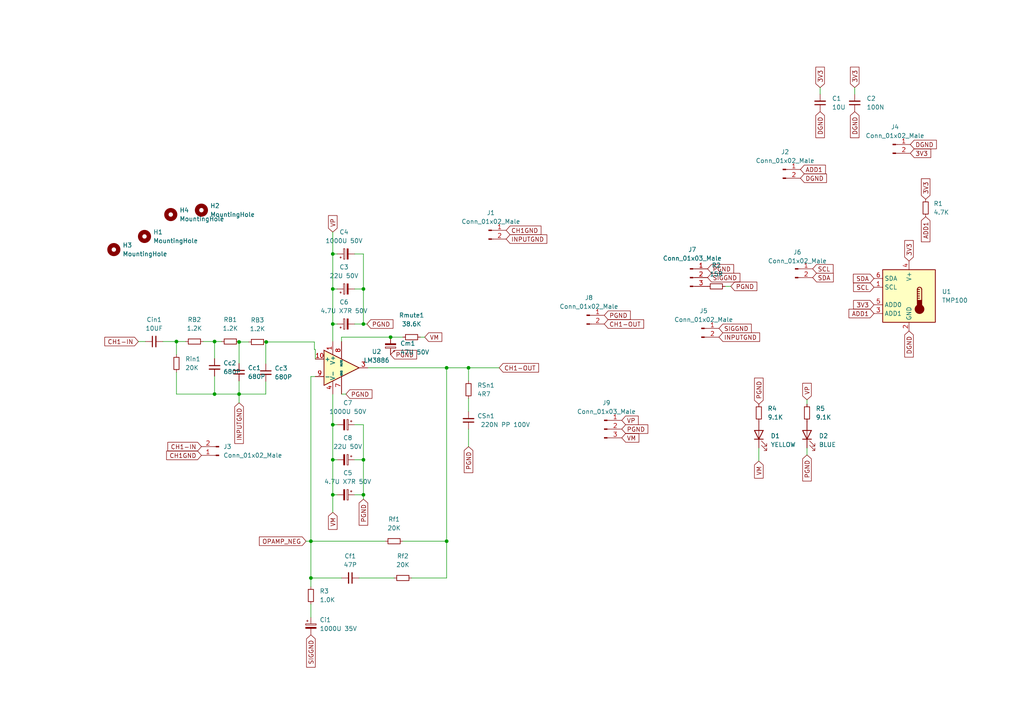
<source format=kicad_sch>
(kicad_sch (version 20230121) (generator eeschema)
  (paper "A4")
  (lib_symbols
    (symbol "Amplifier_Audio:LM3886" (pin_names (offset 0.127))
      (property "Reference" "U" (at 5.08 6.35 0))
      (property "Value" "LM3886" (at 5.08 3.81 0))
      (symbol "LM3886_0_1"
        (polyline (pts (xy -5.08 5.08) (xy 5.08 0) (xy -5.08 -5.08) (xy -5.08 5.08)) (stroke (width 0.254)) (fill (type background)))
      )
      (symbol "LM3886_1_1"
        (pin power_in line (at -2.54 7.62 270) (length 3.81) (name "V+") (number "1"))
        (pin input line (at -7.62 2.54 0) (length 2.54) (name "+") (number "10"))
        (pin no_connect line (at 2.54 2.54 270) (length 2.54) hide (name "NC") (number "11"))
        (pin no_connect line (at -2.54 2.54 270) (length 2.54) hide (name "NC") (number "2"))
        (pin output line (at 7.62 0 180) (length 2.54) (name "~") (number "3"))
        (pin power_in line (at -2.54 -7.62 90) (length 3.81) (name "V-") (number "4"))
        (pin passive line (at -2.54 7.62 270) (length 3.81) hide (name "V+") (number "5"))
        (pin no_connect line (at 0 2.54 270) (length 2.54) hide (name "NC") (number "6"))
        (pin power_in line (at 0 -7.62 90) (length 5.08) (name "GND") (number "7"))
        (pin input line (at 0 7.62 270) (length 5.08) (name "MUTE") (number "8"))
        (pin input line (at -7.62 -2.54 0) (length 2.54) (name "-") (number "9"))
      )
    )
    (symbol "Connector:Conn_01x02_Male" (pin_names (offset 1.016) hide)
      (property "Reference" "J" (at 0 2.54 0))
      (property "Value" "Conn_01x02_Male" (at 0 -5.08 0))
      (symbol "Conn_01x02_Male_1_1"
        (polyline (pts (xy 1.27 -2.54) (xy 0.8636 -2.54)) (stroke (width 0.1524)))
        (polyline (pts (xy 1.27 0) (xy 0.8636 0)) (stroke (width 0.1524)))
        (rectangle (start 0.8636 -2.413) (end 0 -2.667) (stroke (width 0.1524)) (fill (type outline)))
        (rectangle (start 0.8636 0.127) (end 0 -0.127) (stroke (width 0.1524)) (fill (type outline)))
        (pin passive line (at 5.08 0 180) (length 3.81) (name "Pin_1") (number "1"))
        (pin passive line (at 5.08 -2.54 180) (length 3.81) (name "Pin_2") (number "2"))
      )
    )
    (symbol "Connector:Conn_01x03_Male" (pin_names (offset 1.016) hide)
      (property "Reference" "J" (at 0 5.08 0))
      (property "Value" "Conn_01x03_Male" (at 0 -5.08 0))
      (symbol "Conn_01x03_Male_1_1"
        (polyline (pts (xy 1.27 -2.54) (xy 0.8636 -2.54)) (stroke (width 0.1524)))
        (polyline (pts (xy 1.27 0) (xy 0.8636 0)) (stroke (width 0.1524)))
        (polyline (pts (xy 1.27 2.54) (xy 0.8636 2.54)) (stroke (width 0.1524)))
        (rectangle (start 0.8636 -2.413) (end 0 -2.667) (stroke (width 0.1524)) (fill (type outline)))
        (rectangle (start 0.8636 0.127) (end 0 -0.127) (stroke (width 0.1524)) (fill (type outline)))
        (rectangle (start 0.8636 2.667) (end 0 2.413) (stroke (width 0.1524)) (fill (type outline)))
        (pin passive line (at 5.08 2.54 180) (length 3.81) (name "Pin_1") (number "1"))
        (pin passive line (at 5.08 0 180) (length 3.81) (name "Pin_2") (number "2"))
        (pin passive line (at 5.08 -2.54 180) (length 3.81) (name "Pin_3") (number "3"))
      )
    )
    (symbol "Device:C_Polarized_Small" (pin_numbers hide) (pin_names (offset 0.254) hide)
      (property "Reference" "C" (at 0.254 1.778 0))
      (property "Value" "C_Polarized_Small" (at 0.254 -2.032 0))
      (symbol "C_Polarized_Small_0_1"
        (rectangle (start -1.524 -0.3048) (end 1.524 -0.6858) (fill (type outline)))
        (rectangle (start -1.524 0.6858) (end 1.524 0.3048))
        (polyline (pts (xy -1.27 1.524) (xy -0.762 1.524)))
        (polyline (pts (xy -1.016 1.27) (xy -1.016 1.778)))
      )
      (symbol "C_Polarized_Small_1_1"
        (pin passive line (at 0 2.54 270) (length 1.8542) (name "~") (number "1"))
        (pin passive line (at 0 -2.54 90) (length 1.8542) (name "~") (number "2"))
      )
    )
    (symbol "Device:C_Small" (pin_numbers hide) (pin_names (offset 0.254) hide)
      (property "Reference" "C" (at 0.254 1.778 0))
      (property "Value" "C_Small" (at 0.254 -2.032 0))
      (symbol "C_Small_0_1"
        (polyline (pts (xy -1.524 -0.508) (xy 1.524 -0.508)) (stroke (width 0.3302)))
        (polyline (pts (xy -1.524 0.508) (xy 1.524 0.508)) (stroke (width 0.3048)))
      )
      (symbol "C_Small_1_1"
        (pin passive line (at 0 2.54 270) (length 2.032) (name "~") (number "1"))
        (pin passive line (at 0 -2.54 90) (length 2.032) (name "~") (number "2"))
      )
    )
    (symbol "Device:LED" (pin_numbers hide) (pin_names (offset 1.016) hide)
      (property "Reference" "D" (at 0 2.54 0))
      (property "Value" "LED" (at 0 -2.54 0))
      (symbol "LED_0_1"
        (polyline (pts (xy -1.27 -1.27) (xy -1.27 1.27)) (stroke (width 0.254)))
        (polyline (pts (xy -1.27 0) (xy 1.27 0)))
        (polyline (pts (xy 1.27 -1.27) (xy 1.27 1.27) (xy -1.27 0) (xy 1.27 -1.27)) (stroke (width 0.254)))
        (polyline (pts (xy -3.048 -0.762) (xy -4.572 -2.286) (xy -3.81 -2.286) (xy -4.572 -2.286) (xy -4.572 -1.524)))
        (polyline (pts (xy -1.778 -0.762) (xy -3.302 -2.286) (xy -2.54 -2.286) (xy -3.302 -2.286) (xy -3.302 -1.524)))
      )
      (symbol "LED_1_1"
        (pin passive line (at -3.81 0 0) (length 2.54) (name "K") (number "1"))
        (pin passive line (at 3.81 0 180) (length 2.54) (name "A") (number "2"))
      )
    )
    (symbol "Device:R_Small" (pin_numbers hide) (pin_names (offset 0.254) hide)
      (property "Reference" "R" (at 0.762 0.508 0))
      (property "Value" "R_Small" (at 0.762 -1.016 0))
      (symbol "R_Small_0_1"
        (rectangle (start -0.762 1.778) (end 0.762 -1.778) (stroke (width 0.2032)))
      )
      (symbol "R_Small_1_1"
        (pin passive line (at 0 2.54 270) (length 0.762) (name "~") (number "1"))
        (pin passive line (at 0 -2.54 90) (length 0.762) (name "~") (number "2"))
      )
    )
    (symbol "Mechanical:MountingHole" (pin_names (offset 1.016))
      (property "Reference" "H" (at 0 5.08 0))
      (property "Value" "MountingHole" (at 0 3.175 0))
      (symbol "MountingHole_0_1"
        (circle (center 0 0) (radius 1.27) (stroke (width 1.27)))
      )
    )
    (symbol "Sensor_Temperature:TMP100"
      (property "Reference" "U" (at 10.16 6.35 0))
      (property "Value" "TMP100" (at 12.7 3.81 0))
      (symbol "TMP100_0_1"
        (rectangle (start -7.62 7.62) (end 7.62 -7.62) (stroke (width 0.254)) (fill (type background)))
      )
      (symbol "TMP100_1_1"
        (polyline (pts (xy 2.413 -0.635) (xy 3.048 -0.635)) (stroke (width 0.254)))
        (polyline (pts (xy 2.413 0) (xy 3.048 0)) (stroke (width 0.254)))
        (polyline (pts (xy 2.413 0.635) (xy 3.048 0.635)) (stroke (width 0.254)))
        (polyline (pts (xy 2.413 1.27) (xy 3.048 1.27)) (stroke (width 0.254)))
        (polyline (pts (xy 2.413 1.905) (xy 2.413 -1.27)) (stroke (width 0.254)))
        (polyline (pts (xy 2.413 1.905) (xy 3.048 1.905)) (stroke (width 0.254)))
        (polyline (pts (xy 3.683 1.905) (xy 3.683 -1.27)) (stroke (width 0.254)))
        (circle (center 3.048 -3.81) (radius 1.27) (stroke (width 0.254)) (fill (type outline)))
        (rectangle (start 3.683 -3.175) (end 2.413 -1.27) (stroke (width 0.254)) (fill (type outline)))
        (arc (start 3.683 1.905) (mid 3.048 2.5373) (end 2.413 1.905) (stroke (width 0.254)))
        (pin input line (at -10.16 2.54 0) (length 2.54) (name "SCL") (number "1"))
        (pin power_in line (at 0 -10.16 90) (length 2.54) (name "GND") (number "2"))
        (pin input line (at -10.16 -5.08 0) (length 2.54) (name "ADD1") (number "3"))
        (pin power_in line (at 0 10.16 270) (length 2.54) (name "V+") (number "4"))
        (pin input line (at -10.16 -2.54 0) (length 2.54) (name "ADD0") (number "5"))
        (pin bidirectional line (at -10.16 5.08 0) (length 2.54) (name "SDA") (number "6"))
      )
    )
  )
  (junction (at 96.52 83.82))
  (junction (at 129.54 106.68))
  (junction (at 96.52 123.19))
  (junction (at 135.89 106.68))
  (junction (at 62.23 114.3))
  (junction (at 129.54 156.972))
  (junction (at 69.342 114.3))
  (junction (at 90.17 156.972))
  (junction (at 105.41 83.82))
  (junction (at 90.17 167.64))
  (junction (at 105.41 93.98))
  (junction (at 96.52 73.66))
  (junction (at 51.181 99.06))
  (junction (at 105.41 133.35))
  (junction (at 62.23 99.06))
  (junction (at 96.52 143.51))
  (junction (at 77.216 99.187))
  (junction (at 96.52 93.98))
  (junction (at 96.52 133.35))
  (junction (at 69.342 99.187))
  (junction (at 105.41 143.51))
  (junction (at 113.284 97.79))
  (wire (pts (xy 90.17 156.972) (xy 90.17 167.64)))
  (wire (pts (xy 116.84 156.972) (xy 129.54 156.972)))
  (wire (pts (xy 102.87 133.35) (xy 105.41 133.35)))
  (wire (pts (xy 105.41 83.82) (xy 105.41 93.98)))
  (wire (pts (xy 62.23 99.06) (xy 64.262 99.06)))
  (wire (pts (xy 135.89 115.57) (xy 135.89 119.38)))
  (wire (pts (xy 90.17 156.972) (xy 111.76 156.972)))
  (wire (pts (xy 121.92 97.79) (xy 123.19 97.79)))
  (wire (pts (xy 51.181 114.3) (xy 62.23 114.3)))
  (wire (pts (xy 135.89 106.68) (xy 135.89 110.49)))
  (wire (pts (xy 88.773 156.972) (xy 90.17 156.972)))
  (wire (pts (xy 77.216 99.187) (xy 91.186 99.187)))
  (wire (pts (xy 91.186 99.187) (xy 91.186 101.346)))
  (wire (pts (xy 96.52 133.35) (xy 96.52 143.51)))
  (wire (pts (xy 91.44 101.346) (xy 91.44 104.14)))
  (wire (pts (xy 77.089 99.187) (xy 77.216 99.187)))
  (wire (pts (xy 96.52 123.19) (xy 96.52 133.35)))
  (wire (pts (xy 91.186 101.346) (xy 91.44 101.346)))
  (wire (pts (xy 69.342 99.187) (xy 72.136 99.187)))
  (wire (pts (xy 105.41 143.51) (xy 105.41 144.78)))
  (wire (pts (xy 77.089 110.617) (xy 77.089 114.3)))
  (wire (pts (xy 129.54 106.68) (xy 129.54 156.972)))
  (wire (pts (xy 96.52 133.35) (xy 97.79 133.35)))
  (wire (pts (xy 129.54 156.972) (xy 129.54 167.64)))
  (wire (pts (xy 237.871 27.305) (xy 237.871 25.4)))
  (wire (pts (xy 105.41 73.66) (xy 105.41 83.82)))
  (wire (pts (xy 77.089 105.537) (xy 77.089 99.187)))
  (wire (pts (xy 90.17 109.22) (xy 90.17 156.972)))
  (wire (pts (xy 119.38 167.64) (xy 129.54 167.64)))
  (wire (pts (xy 69.342 99.187) (xy 69.342 105.41)))
  (wire (pts (xy 69.342 99.187) (xy 69.342 99.06)))
  (wire (pts (xy 105.41 93.98) (xy 106.426 93.98)))
  (wire (pts (xy 113.284 97.79) (xy 116.84 97.79)))
  (wire (pts (xy 96.52 143.51) (xy 97.79 143.51)))
  (wire (pts (xy 99.06 114.3) (xy 100.33 114.3)))
  (wire (pts (xy 102.87 73.66) (xy 105.41 73.66)))
  (wire (pts (xy 247.904 27.305) (xy 247.904 25.4)))
  (wire (pts (xy 40.132 99.06) (xy 42.164 99.06)))
  (wire (pts (xy 99.06 97.79) (xy 113.284 97.79)))
  (wire (pts (xy 58.928 99.06) (xy 62.23 99.06)))
  (wire (pts (xy 51.181 99.06) (xy 51.181 102.87)))
  (wire (pts (xy 129.54 106.68) (xy 135.89 106.68)))
  (wire (pts (xy 96.52 83.82) (xy 97.79 83.82)))
  (wire (pts (xy 99.06 167.64) (xy 90.17 167.64)))
  (wire (pts (xy 69.088 99.187) (xy 69.342 99.187)))
  (wire (pts (xy 102.87 143.51) (xy 105.41 143.51)))
  (wire (pts (xy 62.23 109.093) (xy 62.23 114.3)))
  (wire (pts (xy 105.41 133.35) (xy 105.41 143.51)))
  (wire (pts (xy 96.52 73.66) (xy 96.52 83.82)))
  (wire (pts (xy 96.52 73.66) (xy 97.79 73.66)))
  (wire (pts (xy 105.41 123.19) (xy 105.41 133.35)))
  (wire (pts (xy 135.89 106.68) (xy 144.78 106.68)))
  (wire (pts (xy 77.089 114.3) (xy 69.342 114.3)))
  (wire (pts (xy 220.091 133.731) (xy 220.091 129.921)))
  (wire (pts (xy 234.061 131.953) (xy 234.061 129.921)))
  (wire (pts (xy 51.181 107.95) (xy 51.181 114.3)))
  (wire (pts (xy 47.244 99.06) (xy 51.181 99.06)))
  (wire (pts (xy 91.44 109.22) (xy 90.17 109.22)))
  (wire (pts (xy 96.52 83.82) (xy 96.52 93.98)))
  (wire (pts (xy 135.89 124.46) (xy 135.89 129.54)))
  (wire (pts (xy 96.52 123.19) (xy 97.79 123.19)))
  (wire (pts (xy 69.342 114.3) (xy 69.342 110.49)))
  (wire (pts (xy 99.06 97.79) (xy 99.06 99.06)))
  (wire (pts (xy 102.87 83.82) (xy 105.41 83.82)))
  (wire (pts (xy 210.312 83.058) (xy 211.963 83.058)))
  (wire (pts (xy 90.17 175.26) (xy 90.17 179.07)))
  (wire (pts (xy 90.17 167.64) (xy 90.17 170.18)))
  (wire (pts (xy 102.87 93.98) (xy 105.41 93.98)))
  (wire (pts (xy 96.52 114.3) (xy 96.52 123.19)))
  (wire (pts (xy 106.68 106.68) (xy 129.54 106.68)))
  (wire (pts (xy 96.52 93.98) (xy 97.79 93.98)))
  (wire (pts (xy 96.52 143.51) (xy 96.52 148.59)))
  (wire (pts (xy 62.23 99.06) (xy 62.23 104.013)))
  (wire (pts (xy 69.342 114.3) (xy 69.342 116.84)))
  (wire (pts (xy 104.14 167.64) (xy 114.3 167.64)))
  (wire (pts (xy 102.87 123.19) (xy 105.41 123.19)))
  (wire (pts (xy 234.061 115.951) (xy 234.061 117.221)))
  (wire (pts (xy 51.181 99.06) (xy 53.848 99.06)))
  (wire (pts (xy 96.52 93.98) (xy 96.52 99.06)))
  (wire (pts (xy 96.52 67.31) (xy 96.52 73.66)))
  (wire (pts (xy 62.23 114.3) (xy 69.342 114.3)))
  (global_label "3V3" (shape input) (at 264.033 44.45 0) (property "Intersheetrefs" "${INTERSHEET_REFS}" (effects hide)))
  (global_label "ADD1" (shape input) (at 232.156 49.149 0) (property "Intersheetrefs" "${INTERSHEET_REFS}" (effects hide)))
  (global_label "CH1-OUT" (shape input) (at 144.78 106.68 0) (property "Intersheetrefs" "${INTERSHEET_REFS}" (effects hide)))
  (global_label "VP" (shape input) (at 234.061 115.951 90) (property "Intersheetrefs" "${INTERSHEET_REFS}" (effects hide)))
  (global_label "PGND" (shape input) (at 234.061 131.953 270) (property "Intersheetrefs" "${INTERSHEET_REFS}" (effects hide)))
  (global_label "DGND" (shape input) (at 237.871 32.385 270) (property "Intersheetrefs" "${INTERSHEET_REFS}" (effects hide)))
  (global_label "DGND" (shape input) (at 247.904 32.385 270) (property "Intersheetrefs" "${INTERSHEET_REFS}" (effects hide)))
  (global_label "PGND" (shape input) (at 105.41 144.78 270) (property "Intersheetrefs" "${INTERSHEET_REFS}" (effects hide)))
  (global_label "CH1-IN" (shape input) (at 58.42 129.54 180) (property "Intersheetrefs" "${INTERSHEET_REFS}" (effects hide)))
  (global_label "PGND" (shape input) (at 180.34 124.46 0) (property "Intersheetrefs" "${INTERSHEET_REFS}" (effects hide)))
  (global_label "CH1-IN" (shape input) (at 40.132 99.06 180) (property "Intersheetrefs" "${INTERSHEET_REFS}" (effects hide)))
  (global_label "PGND" (shape input) (at 211.963 83.058 0) (property "Intersheetrefs" "${INTERSHEET_REFS}" (effects hide)))
  (global_label "VP" (shape input) (at 180.34 121.92 0) (property "Intersheetrefs" "${INTERSHEET_REFS}" (effects hide)))
  (global_label "3V3" (shape input) (at 247.904 25.4 90) (property "Intersheetrefs" "${INTERSHEET_REFS}" (effects hide)))
  (global_label "SIGGND" (shape input) (at 90.17 184.15 270) (property "Intersheetrefs" "${INTERSHEET_REFS}" (effects hide)))
  (global_label "SIGGND" (shape input) (at 205.232 80.518 0) (property "Intersheetrefs" "${INTERSHEET_REFS}" (effects hide)))
  (global_label "OPAMP_NEG" (shape input) (at 88.773 156.972 180) (property "Intersheetrefs" "${INTERSHEET_REFS}" (effects hide)))
  (global_label "PGND" (shape input) (at 113.284 102.87 0) (property "Intersheetrefs" "${INTERSHEET_REFS}" (effects hide)))
  (global_label "PGND" (shape input) (at 205.232 77.978 0) (property "Intersheetrefs" "${INTERSHEET_REFS}" (effects hide)))
  (global_label "3V3" (shape input) (at 237.871 25.4 90) (property "Intersheetrefs" "${INTERSHEET_REFS}" (effects hide)))
  (global_label "DGND" (shape input) (at 264.033 41.91 0) (property "Intersheetrefs" "${INTERSHEET_REFS}" (effects hide)))
  (global_label "VM" (shape input) (at 180.34 127 0) (property "Intersheetrefs" "${INTERSHEET_REFS}" (effects hide)))
  (global_label "INPUTGND" (shape input) (at 146.812 69.342 0) (property "Intersheetrefs" "${INTERSHEET_REFS}" (effects hide)))
  (global_label "PGND" (shape input) (at 100.33 114.3 0) (property "Intersheetrefs" "${INTERSHEET_REFS}" (effects hide)))
  (global_label "SDA" (shape input) (at 235.712 80.518 0) (property "Intersheetrefs" "${INTERSHEET_REFS}" (effects hide)))
  (global_label "VM" (shape input) (at 220.091 133.731 270) (property "Intersheetrefs" "${INTERSHEET_REFS}" (effects hide)))
  (global_label "VP" (shape input) (at 96.52 67.31 90) (property "Intersheetrefs" "${INTERSHEET_REFS}" (effects hide)))
  (global_label "SIGGND" (shape input) (at 208.534 95.25 0) (property "Intersheetrefs" "${INTERSHEET_REFS}" (effects hide)))
  (global_label "3V3" (shape input) (at 268.478 57.785 90) (property "Intersheetrefs" "${INTERSHEET_REFS}" (effects hide)))
  (global_label "ADD1" (shape input) (at 268.478 62.865 270) (property "Intersheetrefs" "${INTERSHEET_REFS}" (effects hide)))
  (global_label "3V3" (shape input) (at 253.492 88.392 180) (property "Intersheetrefs" "${INTERSHEET_REFS}" (effects hide)))
  (global_label "PGND" (shape input) (at 220.091 117.221 90) (property "Intersheetrefs" "${INTERSHEET_REFS}" (effects hide)))
  (global_label "CH1GND" (shape input) (at 58.42 132.08 180) (property "Intersheetrefs" "${INTERSHEET_REFS}" (effects hide)))
  (global_label "CH1GND" (shape input) (at 146.812 66.802 0) (property "Intersheetrefs" "${INTERSHEET_REFS}" (effects hide)))
  (global_label "DGND" (shape input) (at 263.652 96.012 270) (property "Intersheetrefs" "${INTERSHEET_REFS}" (effects hide)))
  (global_label "PGND" (shape input) (at 106.426 93.98 0) (property "Intersheetrefs" "${INTERSHEET_REFS}" (effects hide)))
  (global_label "INPUTGND" (shape input) (at 69.342 116.84 270) (property "Intersheetrefs" "${INTERSHEET_REFS}" (effects hide)))
  (global_label "VM" (shape input) (at 123.19 97.79 0) (property "Intersheetrefs" "${INTERSHEET_REFS}" (effects hide)))
  (global_label "VM" (shape input) (at 96.52 148.59 270) (property "Intersheetrefs" "${INTERSHEET_REFS}" (effects hide)))
  (global_label "CH1-OUT" (shape input) (at 175.26 93.98 0) (property "Intersheetrefs" "${INTERSHEET_REFS}" (effects hide)))
  (global_label "3V3" (shape input) (at 263.652 75.692 90) (property "Intersheetrefs" "${INTERSHEET_REFS}" (effects hide)))
  (global_label "SDA" (shape input) (at 253.492 80.772 180) (property "Intersheetrefs" "${INTERSHEET_REFS}" (effects hide)))
  (global_label "SCL" (shape input) (at 235.712 77.978 0) (property "Intersheetrefs" "${INTERSHEET_REFS}" (effects hide)))
  (global_label "ADD1" (shape input) (at 253.492 90.932 180) (property "Intersheetrefs" "${INTERSHEET_REFS}" (effects hide)))
  (global_label "INPUTGND" (shape input) (at 208.534 97.79 0) (property "Intersheetrefs" "${INTERSHEET_REFS}" (effects hide)))
  (global_label "SCL" (shape input) (at 253.492 83.312 180) (property "Intersheetrefs" "${INTERSHEET_REFS}" (effects hide)))
  (global_label "DGND" (shape input) (at 232.156 51.689 0) (property "Intersheetrefs" "${INTERSHEET_REFS}" (effects hide)))
  (global_label "PGND" (shape input) (at 175.26 91.44 0) (property "Intersheetrefs" "${INTERSHEET_REFS}" (effects hide)))
  (global_label "PGND" (shape input) (at 135.89 129.54 270) (property "Intersheetrefs" "${INTERSHEET_REFS}" (effects hide)))
  (symbol (lib_id "Connector:Conn_01x03_Male") (at 175.26 124.46 0) (unit 1)
    (property "Reference" "J9" (at 175.895 116.84 0))
    (property "Value" "Conn_01x03_Male" (at 175.895 119.38 0))
    (property "Footprint" "Connector_JST:JST_VH_B3P-VH-B_1x03_P3.96mm_Vertical" (effects hide))
  )
  (symbol (lib_id "Device:R_Small") (at 234.061 119.761 180) (unit 1)
    (property "Reference" "R5" (at 236.601 118.4909 0) (effects (justify right)))
    (property "Value" "9.1K" (at 236.601 121.0309 0) (effects (justify right)))
    (property "Footprint" "Resistor_SMD:R_0805_2012Metric_Pad1.20x1.40mm_HandSolder" (effects hide))
  )
  (symbol (lib_id "Device:C_Polarized_Small") (at 100.33 143.51 270) (unit 1)
    (property "Reference" "C5" (at 100.8761 137.16 90))
    (property "Value" "4.7U X7R 50V" (at 100.8761 139.7 90))
    (property "Footprint" "Capacitor_SMD:C_1206_3216Metric_Pad1.33x1.80mm_HandSolder" (effects hide))
  )
  (symbol (lib_id "Mechanical:MountingHole") (at 49.53 62.23 0) (unit 1)
    (property "Reference" "H4" (at 52.07 60.9599 0) (effects (justify left)))
    (property "Value" "MountingHole" (at 52.07 63.4999 0) (effects (justify left)))
    (property "Footprint" "MountingHole:MountingHole_3mm" (effects hide))
  )
  (symbol (lib_id "Device:R_Small") (at 207.772 83.058 90) (unit 1)
    (property "Reference" "R2" (at 207.772 76.962 90))
    (property "Value" "15R" (at 207.772 79.502 90))
    (property "Footprint" "Resistor_SMD:R_0805_2012Metric_Pad1.20x1.40mm_HandSolder" (effects hide))
  )
  (symbol (lib_id "Device:C_Polarized_Small") (at 90.17 181.61 0) (unit 1)
    (property "Reference" "Ci1" (at 92.71 179.7938 0) (effects (justify left)))
    (property "Value" "1000U 35V" (at 92.71 182.3338 0) (effects (justify left)))
    (property "Footprint" "Capacitor_THT:CP_Radial_D12.5mm_P5.00mm" (effects hide))
  )
  (symbol (lib_id "Device:R_Small") (at 135.89 113.03 180) (unit 1)
    (property "Reference" "RSn1" (at 138.43 111.7599 0) (effects (justify right)))
    (property "Value" "4R7" (at 138.43 114.2999 0) (effects (justify right)))
    (property "Footprint" "Resistor_THT:R_Axial_DIN0411_L9.9mm_D3.6mm_P12.70mm_Horizontal" (effects hide))
  )
  (symbol (lib_id "Device:R_Small") (at 114.3 156.972 270) (unit 1)
    (property "Reference" "Rf1" (at 114.3 150.622 90))
    (property "Value" "20K" (at 114.3 153.162 90))
    (property "Footprint" "Resistor_SMD:R_1206_3216Metric_Pad1.30x1.75mm_HandSolder" (effects hide))
  )
  (symbol (lib_id "Device:R_Small") (at 268.478 60.325 0) (unit 1)
    (property "Reference" "R1" (at 270.764 59.0549 0) (effects (justify left)))
    (property "Value" "4.7K" (at 270.764 61.5949 0) (effects (justify left)))
    (property "Footprint" "Resistor_SMD:R_0603_1608Metric_Pad0.98x0.95mm_HandSolder" (effects hide))
  )
  (symbol (lib_id "Connector:Conn_01x02_Male") (at 63.5 132.08 180) (unit 1)
    (property "Reference" "J3" (at 64.77 129.5399 0) (effects (justify right)))
    (property "Value" "Conn_01x02_Male" (at 64.77 132.0799 0) (effects (justify right)))
    (property "Footprint" "Connector_JST:JST_PH_B2B-PH-K_1x02_P2.00mm_Vertical" (effects hide))
  )
  (symbol (lib_id "Device:R_Small") (at 90.17 172.72 0) (unit 1)
    (property "Reference" "R3" (at 92.71 171.4499 0) (effects (justify left)))
    (property "Value" "1.0K" (at 92.71 173.9899 0) (effects (justify left)))
    (property "Footprint" "Resistor_SMD:R_1206_3216Metric_Pad1.30x1.75mm_HandSolder" (effects hide))
  )
  (symbol (lib_id "Device:C_Small") (at 44.704 99.06 90) (unit 1)
    (property "Reference" "Cin1" (at 44.7103 92.71 90))
    (property "Value" "10UF" (at 44.7103 95.25 90))
    (property "Footprint" "Capacitor_THT:CP_Radial_D5.0mm_P2.00mm" (effects hide))
  )
  (symbol (lib_id "Mechanical:MountingHole") (at 33.02 72.39 0) (unit 1)
    (property "Reference" "H3" (at 35.56 71.1199 0) (effects (justify left)))
    (property "Value" "MountingHole" (at 35.56 73.6599 0) (effects (justify left)))
    (property "Footprint" "MountingHole:MountingHole_3mm" (effects hide))
  )
  (symbol (lib_id "Device:R_Small") (at 116.84 167.64 270) (unit 1)
    (property "Reference" "Rf2" (at 116.84 161.29 90))
    (property "Value" "20K" (at 116.84 163.83 90))
    (property "Footprint" "Resistor_SMD:R_1206_3216Metric_Pad1.30x1.75mm_HandSolder" (effects hide))
  )
  (symbol (lib_id "Device:R_Small") (at 220.091 119.761 180) (unit 1)
    (property "Reference" "R4" (at 222.631 118.4909 0) (effects (justify right)))
    (property "Value" "9.1K" (at 222.631 121.0309 0) (effects (justify right)))
    (property "Footprint" "Resistor_SMD:R_0805_2012Metric_Pad1.20x1.40mm_HandSolder" (effects hide))
  )
  (symbol (lib_id "Device:C_Small") (at 62.23 106.553 0) (unit 1)
    (property "Reference" "Cc2" (at 64.77 105.2892 0) (effects (justify left)))
    (property "Value" "680P" (at 64.77 107.8292 0) (effects (justify left)))
    (property "Footprint" "Capacitor_SMD:C_1206_3216Metric_Pad1.33x1.80mm_HandSolder" (effects hide))
  )
  (symbol (lib_id "Device:C_Small") (at 237.871 29.845 180) (unit 1)
    (property "Reference" "C1" (at 241.3 28.5685 0) (effects (justify right)))
    (property "Value" "10U" (at 241.3 31.1085 0) (effects (justify right)))
    (property "Footprint" "Resistor_SMD:R_1206_3216Metric_Pad1.30x1.75mm_HandSolder" (effects hide))
  )
  (symbol (lib_id "Mechanical:MountingHole") (at 41.91 68.58 0) (unit 1)
    (property "Reference" "H1" (at 44.45 67.3099 0) (effects (justify left)))
    (property "Value" "MountingHole" (at 44.45 69.8499 0) (effects (justify left)))
    (property "Footprint" "MountingHole:MountingHole_3mm" (effects hide))
  )
  (symbol (lib_id "Connector:Conn_01x02_Male") (at 230.632 77.978 0) (unit 1)
    (property "Reference" "J6" (at 231.267 73.152 0))
    (property "Value" "Conn_01x02_Male" (at 231.267 75.692 0))
    (property "Footprint" "Connector_JST:JST_PH_B2B-PH-K_1x02_P2.00mm_Vertical" (effects hide))
  )
  (symbol (lib_id "Device:LED") (at 220.091 126.111 90) (unit 1)
    (property "Reference" "D1" (at 223.52 126.4284 90) (effects (justify right)))
    (property "Value" "YELLOW" (at 223.52 128.9684 90) (effects (justify right)))
    (property "Footprint" "LED_SMD:LED_0805_2012Metric_Pad1.15x1.40mm_HandSolder" (effects hide))
  )
  (symbol (lib_id "Device:R_Small") (at 51.181 105.41 180) (unit 1)
    (property "Reference" "Rin1" (at 53.721 104.1399 0) (effects (justify right)))
    (property "Value" "20K" (at 53.721 106.6799 0) (effects (justify right)))
    (property "Footprint" "Resistor_SMD:R_1206_3216Metric_Pad1.30x1.75mm_HandSolder" (effects hide))
  )
  (symbol (lib_id "Device:C_Small") (at 101.6 167.64 270) (unit 1)
    (property "Reference" "Cf1" (at 101.5936 161.29 90))
    (property "Value" "47P" (at 101.5936 163.83 90))
    (property "Footprint" "Capacitor_SMD:C_1206_3216Metric_Pad1.33x1.80mm_HandSolder" (effects hide))
  )
  (symbol (lib_id "Connector:Conn_01x02_Male") (at 141.732 66.802 0) (unit 1)
    (property "Reference" "J1" (at 142.367 61.722 0))
    (property "Value" "Conn_01x02_Male" (at 142.367 64.262 0))
    (property "Footprint" "Connector_PinHeader_2.54mm:PinHeader_1x02_P2.54mm_Vertical" (effects hide))
  )
  (symbol (lib_id "Mechanical:MountingHole") (at 58.42 60.96 0) (unit 1)
    (property "Reference" "H2" (at 60.96 59.6899 0) (effects (justify left)))
    (property "Value" "MountingHole" (at 60.96 62.2299 0) (effects (justify left)))
    (property "Footprint" "MountingHole:MountingHole_3mm" (effects hide))
  )
  (symbol (lib_id "Connector:Conn_01x02_Male") (at 170.18 91.44 0) (unit 1)
    (property "Reference" "J8" (at 170.815 86.36 0))
    (property "Value" "Conn_01x02_Male" (at 170.815 88.9 0))
    (property "Footprint" "Connector_JST:JST_VH_B2P-VH_1x02_P3.96mm_Vertical" (effects hide))
  )
  (symbol (lib_id "Connector:Conn_01x02_Male") (at 203.454 95.25 0) (unit 1)
    (property "Reference" "J5" (at 204.089 90.17 0))
    (property "Value" "Conn_01x02_Male" (at 204.089 92.71 0))
    (property "Footprint" "Connector_PinHeader_2.54mm:PinHeader_1x02_P2.54mm_Vertical" (effects hide))
  )
  (symbol (lib_id "Device:C_Polarized_Small") (at 100.33 83.82 90) (unit 1)
    (property "Reference" "C3" (at 99.7839 77.47 90))
    (property "Value" "22U 50V" (at 99.7839 80.01 90))
    (property "Footprint" "Capacitor_THT:CP_Radial_D6.3mm_P2.50mm" (effects hide))
  )
  (symbol (lib_id "Connector:Conn_01x02_Male") (at 258.953 41.91 0) (unit 1)
    (property "Reference" "J4" (at 259.588 36.83 0))
    (property "Value" "Conn_01x02_Male" (at 259.588 39.37 0))
    (property "Footprint" "Connector_JST:JST_PH_B2B-PH-K_1x02_P2.00mm_Vertical" (effects hide))
  )
  (symbol (lib_id "Device:C_Small") (at 247.904 29.845 180) (unit 1)
    (property "Reference" "C2" (at 251.333 28.5685 0) (effects (justify right)))
    (property "Value" "100N" (at 251.333 31.1085 0) (effects (justify right)))
    (property "Footprint" "Resistor_SMD:R_0805_2012Metric_Pad1.20x1.40mm_HandSolder" (effects hide))
  )
  (symbol (lib_id "Device:C_Small") (at 135.89 121.92 180) (unit 1)
    (property "Reference" "CSn1" (at 138.43 120.6435 0) (effects (justify right)))
    (property "Value" " 220N PP 100V" (at 138.43 123.1835 0) (effects (justify right)))
    (property "Footprint" "Capacitor_THT:C_Rect_L18.0mm_W7.0mm_P15.00mm_FKS3_FKP3" (effects hide))
  )
  (symbol (lib_id "Device:R_Small") (at 56.388 99.06 90) (unit 1)
    (property "Reference" "RB2" (at 56.388 92.71 90))
    (property "Value" "1.2K" (at 56.388 95.25 90))
    (property "Footprint" "Resistor_SMD:R_1206_3216Metric_Pad1.30x1.75mm_HandSolder" (effects hide))
  )
  (symbol (lib_id "Amplifier_Audio:LM3886") (at 99.06 106.68 0) (unit 1)
    (property "Reference" "U2" (at 109.22 101.981 0))
    (property "Value" "LM3886" (at 109.22 104.521 0))
    (property "Footprint" "Package_TO_SOT_THT:TO-220-11_P3.4x5.08mm_StaggerOdd_Lead4.85mm_Vertical" (effects hide))
    (property "Datasheet" "http://www.ti.com/lit/ds/symlink/lm3886.pdf" (effects hide))
  )
  (symbol (lib_id "Device:C_Polarized_Small") (at 113.284 100.33 180) (unit 1)
    (property "Reference" "Cm1" (at 116.078 99.606 0) (effects (justify right)))
    (property "Value" "47U 50V" (at 116.078 102.146 0) (effects (justify right)))
    (property "Footprint" "Capacitor_THT:CP_Radial_D6.3mm_P2.50mm" (effects hide))
  )
  (symbol (lib_id "Device:LED") (at 234.061 126.111 90) (unit 1)
    (property "Reference" "D2" (at 237.49 126.4284 90) (effects (justify right)))
    (property "Value" "BLUE" (at 237.49 128.9684 90) (effects (justify right)))
    (property "Footprint" "LED_SMD:LED_0805_2012Metric_Pad1.15x1.40mm_HandSolder" (effects hide))
  )
  (symbol (lib_id "Device:C_Polarized_Small") (at 100.33 93.98 90) (unit 1)
    (property "Reference" "C6" (at 99.7839 87.63 90))
    (property "Value" "4.7U X7R 50V" (at 99.7839 90.17 90))
    (property "Footprint" "Capacitor_SMD:C_1206_3216Metric_Pad1.33x1.80mm_HandSolder" (effects hide))
  )
  (symbol (lib_id "Device:R_Small") (at 119.38 97.79 90) (unit 1)
    (property "Reference" "Rmute1" (at 119.38 91.44 90))
    (property "Value" "38.6K" (at 119.38 93.98 90))
    (property "Footprint" "Resistor_SMD:R_1206_3216Metric_Pad1.30x1.75mm_HandSolder" (effects hide))
  )
  (symbol (lib_id "Connector:Conn_01x02_Male") (at 227.076 49.149 0) (unit 1)
    (property "Reference" "J2" (at 227.711 44.069 0))
    (property "Value" "Conn_01x02_Male" (at 227.711 46.609 0))
    (property "Footprint" "Connector_PinHeader_2.54mm:PinHeader_1x02_P2.54mm_Vertical" (effects hide))
  )
  (symbol (lib_id "Device:R_Small") (at 66.802 99.06 90) (unit 1)
    (property "Reference" "RB1" (at 66.802 92.71 90))
    (property "Value" "1.2K" (at 66.802 95.25 90))
    (property "Footprint" "Resistor_SMD:R_1206_3216Metric_Pad1.30x1.75mm_HandSolder" (effects hide))
  )
  (symbol (lib_id "Connector:Conn_01x03_Male") (at 200.152 80.518 0) (unit 1)
    (property "Reference" "J7" (at 200.787 72.39 0))
    (property "Value" "Conn_01x03_Male" (at 200.787 74.93 0))
    (property "Footprint" "Connector_PinHeader_2.54mm:PinHeader_1x03_P2.54mm_Vertical" (effects hide))
  )
  (symbol (lib_id "Device:C_Polarized_Small") (at 100.33 123.19 270) (unit 1)
    (property "Reference" "C7" (at 100.8761 116.84 90))
    (property "Value" "1000U 50V" (at 100.8761 119.38 90))
    (property "Footprint" "Capacitor_THT:CP_Radial_D12.5mm_P5.00mm" (effects hide))
  )
  (symbol (lib_id "Device:C_Polarized_Small") (at 100.33 133.35 270) (unit 1)
    (property "Reference" "C8" (at 100.8761 127 90))
    (property "Value" "22U 50V" (at 100.8761 129.54 90))
    (property "Footprint" "Capacitor_THT:CP_Radial_D6.3mm_P2.50mm" (effects hide))
  )
  (symbol (lib_id "Device:C_Small") (at 77.089 108.077 0) (unit 1)
    (property "Reference" "Cc3" (at 79.629 106.8132 0) (effects (justify left)))
    (property "Value" "680P" (at 79.629 109.3532 0) (effects (justify left)))
    (property "Footprint" "Capacitor_SMD:C_1206_3216Metric_Pad1.33x1.80mm_HandSolder" (effects hide))
  )
  (symbol (lib_id "Device:C_Small") (at 69.342 107.95 0) (unit 1)
    (property "Reference" "Cc1" (at 71.882 106.6862 0) (effects (justify left)))
    (property "Value" "680P" (at 71.882 109.2262 0) (effects (justify left)))
    (property "Footprint" "Capacitor_SMD:C_1206_3216Metric_Pad1.33x1.80mm_HandSolder" (effects hide))
  )
  (symbol (lib_id "Device:R_Small") (at 74.676 99.187 90) (unit 1)
    (property "Reference" "RB3" (at 74.676 92.837 90))
    (property "Value" "1.2K" (at 74.676 95.377 90))
    (property "Footprint" "Resistor_SMD:R_1206_3216Metric_Pad1.30x1.75mm_HandSolder" (effects hide))
  )
  (symbol (lib_id "Device:C_Polarized_Small") (at 100.33 73.66 90) (unit 1)
    (property "Reference" "C4" (at 99.7839 67.31 90))
    (property "Value" "1000U 50V" (at 99.7839 69.85 90))
    (property "Footprint" "Capacitor_THT:CP_Radial_D12.5mm_P5.00mm" (effects hide))
  )
  (symbol (lib_id "Sensor_Temperature:TMP100") (at 263.652 85.852 0) (unit 1)
    (property "Reference" "U1" (at 273.177 84.5819 0) (effects (justify left)))
    (property "Value" "TMP100" (at 273.177 87.1219 0) (effects (justify left)))
    (property "Footprint" "Package_TO_SOT_SMD:SOT-23-6" (effects hide))
    (property "Datasheet" "http://www.ti.com/lit/gpn/tmp100" (effects hide))
  )
)
</source>
